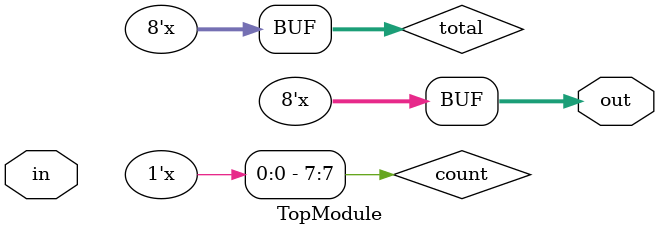
<source format=sv>

module TopModule (
    input  wire [254:0] in,  // 255 bits input
    output wire [7:0] out    // 8 bits output
);

    // Intermediate signals
    wire [7:0] count; // To hold population counts of groups
    wire [7:0] total; // Total population count

    // Step 1: Count bits in smaller groups
    genvar i;

    // 8 groups of 32 bits
    generate
        for (i = 0; i < 8; i = i + 1) begin: bit_count
            assign count[i] = 
                in[i*32] + in[i*32 + 1] + in[i*32 + 2] + in[i*32 + 3] +
                in[i*32 + 4] + in[i*32 + 5] + in[i*32 + 6] + in[i*32 + 7] +
                in[i*32 + 8] + in[i*32 + 9] + in[i*32 + 10] + in[i*32 + 11] +
                in[i*32 + 12] + in[i*32 + 13] + in[i*32 + 14] + in[i*32 + 15] +
                in[i*32 + 16] + in[i*32 + 17] + in[i*32 + 18] + in[i*32 + 19] +
                in[i*32 + 20] + in[i*32 + 21] + in[i*32 + 22] + in[i*32 + 23] +
                in[i*32 + 24] + in[i*32 + 25] + in[i*32 + 26] + in[i*32 + 27] +
                in[i*32 + 28] + in[i*32 + 29] + in[i*32 + 30] + in[i*32 + 31];
        end
    endgenerate

    // Step 2: Combine the counts from the groups
    assign total = count[0] + count[1] + count[2] + count[3] +
                   count[4] + count[5] + count[6] + count[7];

    // Assign final output
    assign out = total[7:0]; // Ensure the output is 8 bits

endmodule
</source>
